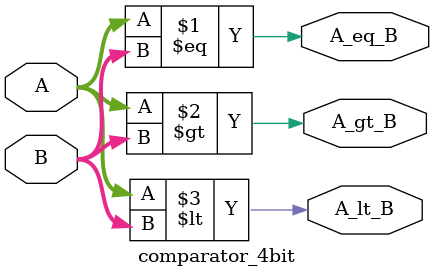
<source format=sv>
module comparator_4bit (
    input [3:0] A,
    input [3:0] B,
    output A_eq_B,
    output A_gt_B,
    output A_lt_B
);

    assign A_eq_B = (A == B);
    assign A_gt_B = (A > B);
    assign A_lt_B = (A < B);

endmodule

</source>
